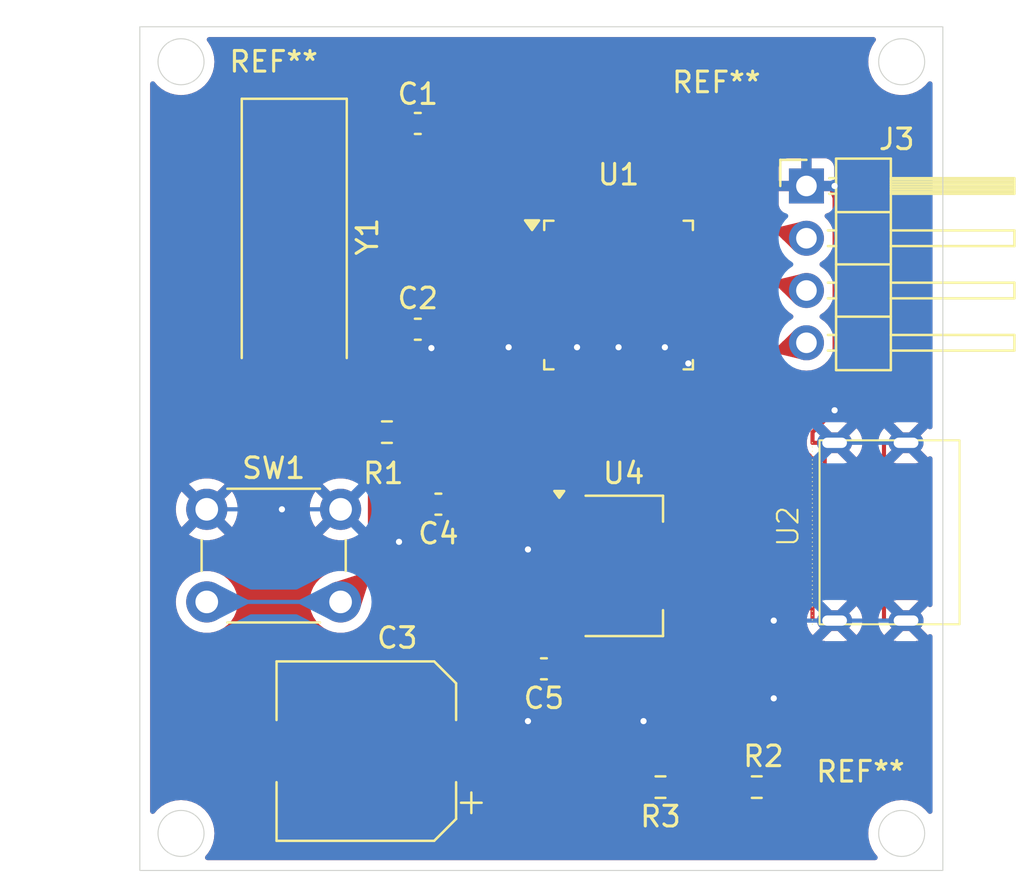
<source format=kicad_pcb>
(kicad_pcb (version 20240108) (generator "pcbnew") (generator_version "8.0")
  (layers (0 "F.Cu" signal) (31 "B.Cu" signal) (34 "B.Paste" user) (35 "F.Paste" user) (36 "B.SilkS" user "B.Silkscreen") (37 "F.SilkS" user "F.Silkscreen") (38 "B.Mask" user) (39 "F.Mask" user) (44 "Edge.Cuts" user))
  (net 0 "")
  (net 1 "GND")
  (net 2 "/osc_in")
  (net 3 "/osc_out")
  (net 4 "/swdio")
  (net 5 "+3.3V")
  (net 41 "/swclk")
  (net 42 "/NRST")
  (net 45 "+5V")
  (footprint "Crystal:Crystal_SMD_HC49-SD" (layer "F.Cu") (at 98 70 -90)
    (property "Reference" "Y1" (at 0 -3.55 90) (layer "F.SilkS"))
    (property "Value" "8Mhz")
    (fp_line (start -6.7 2.55) (end 5.9 2.55) (stroke (width 0.12)) (layer "F.SilkS"))
    (fp_line (start -6.7 -2.55) (end -6.7 2.55) (stroke (width 0.12)) (layer "F.SilkS"))
    (fp_line (start 5.9 -2.55) (end -6.7 -2.55) (stroke (width 0.12)) (layer "F.SilkS"))
    (pad "1" smd rect (at -4.25 0 270) (size 4.5 2) (layers "F.Cu" "F.Paste" "F.Mask") (net 2 "/osc_in"))
    (pad "2" smd rect (at 4.25 0 270) (size 4.5 2) (layers "F.Cu" "F.Paste" "F.Mask") (net 3 "/osc_out"))
  )
  (footprint "Fiducial:Fiducial_1mm_Mask2mm" (layer "F.Cu") (at 93 65)
    (property "Reference" "REF**" (at 4 -3.5 0) (layer "F.SilkS"))
    (property "Value" "Fiducial_1mm_Mask2mm")
    (pad "" smd circle (at 0 0) (size 1 1) (layers "F.Cu" "F.Mask") (clearance 0.5))
  )
  (footprint "Resistor_SMD:R_0603_1608Metric" (layer "F.Cu") (at 120.4625 96.75)
    (property "Reference" "R2" (at 0.325 -1.5 0) (layer "F.SilkS"))
    (property "Value" "10k")
    (fp_line (start -0.237258 -0.5225) (end 0.237258 -0.5225) (stroke (width 0.12)) (layer "F.SilkS"))
    (fp_line (start -0.237258 0.5225) (end 0.237258 0.5225) (stroke (width 0.12)) (layer "F.SilkS"))
    (pad "1" smd roundrect (at -0.825 0) (size 0.8 0.95) (layers "F.Cu" "F.Paste" "F.Mask"))
    (pad "2" smd roundrect (at 0.825 0) (size 0.8 0.95) (layers "F.Cu" "F.Paste" "F.Mask") (net 1 "GND"))
  )
  (footprint "Resistor_SMD:R_0603_1608Metric" (layer "F.Cu") (at 102.5 79.5 180)
    (property "Reference" "R1" (at 0.175 -2 0) (layer "F.SilkS"))
    (property "Value" "40k")
    (fp_line (start -0.237258 0.5225) (end 0.237258 0.5225) (stroke (width 0.12)) (layer "F.SilkS"))
    (fp_line (start -0.237258 -0.5225) (end 0.237258 -0.5225) (stroke (width 0.12)) (layer "F.SilkS"))
    (pad "1" smd roundrect (at -0.825 0 180) (size 0.8 0.95) (layers "F.Cu" "F.Paste" "F.Mask") (net 5 "+3.3V"))
    (pad "2" smd roundrect (at 0.825 0 180) (size 0.8 0.95) (layers "F.Cu" "F.Paste" "F.Mask") (net 42 "/NRST"))
  )
  (footprint "Fiducial:Fiducial_1mm_Mask2mm" (layer "F.Cu") (at 122 62.5)
    (property "Reference" "REF**" (at -3.5 0 0) (layer "F.SilkS"))
    (property "Value" "Fiducial_1mm_Mask2mm")
    (pad "" smd circle (at 0 0) (size 1 1) (layers "F.Cu" "F.Mask") (clearance 0.5))
  )
  (footprint "Connector_PinHeader_2.54mm:PinHeader_1x04_P2.54mm_Horizontal" (layer "F.Cu") (at 122.875 67.5375)
    (property "Reference" "J3" (at 4.385 -2.27 0) (layer "F.SilkS"))
    (property "Value" "Conn_01x04")
    (fp_line (start -1.27 -1.27) (end 0 -1.27) (stroke (width 0.12)) (layer "F.SilkS"))
    (fp_line (start -1.27 0) (end -1.27 -1.27) (stroke (width 0.12)) (layer "F.SilkS"))
    (fp_line (start 1.042929 2.16) (end 1.44 2.16) (stroke (width 0.12)) (layer "F.SilkS"))
    (fp_line (start 1.042929 2.92) (end 1.44 2.92) (stroke (width 0.12)) (layer "F.SilkS"))
    (fp_line (start 1.042929 4.7) (end 1.44 4.7) (stroke (width 0.12)) (layer "F.SilkS"))
    (fp_line (start 1.042929 5.46) (end 1.44 5.46) (stroke (width 0.12)) (layer "F.SilkS"))
    (fp_line (start 1.042929 7.24) (end 1.44 7.24) (stroke (width 0.12)) (layer "F.SilkS"))
    (fp_line (start 1.042929 8) (end 1.44 8) (stroke (width 0.12)) (layer "F.SilkS"))
    (fp_line (start 1.11 -0.38) (end 1.44 -0.38) (stroke (width 0.12)) (layer "F.SilkS"))
    (fp_line (start 1.11 0.38) (end 1.44 0.38) (stroke (width 0.12)) (layer "F.SilkS"))
    (fp_line (start 1.44 -1.33) (end 1.44 8.95) (stroke (width 0.12)) (layer "F.SilkS"))
    (fp_line (start 1.44 1.27) (end 4.1 1.27) (stroke (width 0.12)) (layer "F.SilkS"))
    (fp_line (start 1.44 3.81) (end 4.1 3.81) (stroke (width 0.12)) (layer "F.SilkS"))
    (fp_line (start 1.44 6.35) (end 4.1 6.35) (stroke (width 0.12)) (layer "F.SilkS"))
    (fp_line (start 1.44 8.95) (end 4.1 8.95) (stroke (width 0.12)) (layer "F.SilkS"))
    (fp_line (start 4.1 -1.33) (end 1.44 -1.33) (stroke (width 0.12)) (layer "F.SilkS"))
    (fp_line (start 4.1 -0.38) (end 10.1 -0.38) (stroke (width 0.12)) (layer "F.SilkS"))
    (fp_line (start 4.1 -0.32) (end 10.1 -0.32) (stroke (width 0.12)) (layer "F.SilkS"))
    (fp_line (start 4.1 -0.2) (end 10.1 -0.2) (stroke (width 0.12)) (layer "F.SilkS"))
    (fp_line (start 4.1 -0.08) (end 10.1 -0.08) (stroke (width 0.12)) (layer "F.SilkS"))
    (fp_line (start 4.1 0.04) (end 10.1 0.04) (stroke (width 0.12)) (layer "F.SilkS"))
    (fp_line (start 4.1 0.16) (end 10.1 0.16) (stroke (width 0.12)) (layer "F.SilkS"))
    (fp_line (start 4.1 0.28) (end 10.1 0.28) (stroke (width 0.12)) (layer "F.SilkS"))
    (fp_line (start 4.1 2.16) (end 10.1 2.16) (stroke (width 0.12)) (layer "F.SilkS"))
    (fp_line (start 4.1 4.7) (end 10.1 4.7) (stroke (width 0.12)) (layer "F.SilkS"))
    (fp_line (start 4.1 7.24) (end 10.1 7.24) (stroke (width 0.12)) (layer "F.SilkS"))
    (fp_line (start 4.1 8.95) (end 4.1 -1.33) (stroke (width 0.12)) (layer "F.SilkS"))
    (fp_line (start 10.1 -0.38) (end 10.1 0.38) (stroke (width 0.12)) (layer "F.SilkS"))
    (fp_line (start 10.1 0.38) (end 4.1 0.38) (stroke (width 0.12)) (layer "F.SilkS"))
    (fp_line (start 10.1 2.16) (end 10.1 2.92) (stroke (width 0.12)) (layer "F.SilkS"))
    (fp_line (start 10.1 2.92) (end 4.1 2.92) (stroke (width 0.12)) (layer "F.SilkS"))
    (fp_line (start 10.1 4.7) (end 10.1 5.46) (stroke (width 0.12)) (layer "F.SilkS"))
    (fp_line (start 10.1 5.46) (end 4.1 5.46) (stroke (width 0.12)) (layer "F.SilkS"))
    (fp_line (start 10.1 7.24) (end 10.1 8) (stroke (width 0.12)) (layer "F.SilkS"))
    (fp_line (start 10.1 8) (end 4.1 8) (stroke (width 0.12)) (layer "F.SilkS"))
    (pad "1" thru_hole rect (at 0 0) (size 1.7 1.7) (drill 1) (layers "*.Cu" "*.Mask") (net 1 "GND"))
    (pad "2" thru_hole oval (at 0 2.54) (size 1.7 1.7) (drill 1) (layers "*.Cu" "*.Mask") (net 41 "/swclk"))
    (pad "3" thru_hole oval (at 0 5.08) (size 1.7 1.7) (drill 1) (layers "*.Cu" "*.Mask") (net 4 "/swdio"))
    (pad "4" thru_hole oval (at 0 7.62) (size 1.7 1.7) (drill 1) (layers "*.Cu" "*.Mask") (net 5 "+3.3V"))
  )
  (footprint "Capacitor_SMD:C_0603_1608Metric" (layer "F.Cu") (at 110.125 91 180)
    (property "Reference" "C5" (at 0 -1.43 0) (layer "F.SilkS"))
    (property "Value" "10uf")
    (fp_line (start -0.14058 0.51) (end 0.14058 0.51) (stroke (width 0.12)) (layer "F.SilkS"))
    (fp_line (start -0.14058 -0.51) (end 0.14058 -0.51) (stroke (width 0.12)) (layer "F.SilkS"))
    (pad "1" smd roundrect (at -0.775 0 180) (size 0.9 0.95) (layers "F.Cu" "F.Paste" "F.Mask") (net 45 "+5V"))
    (pad "2" smd roundrect (at 0.775 0 180) (size 0.9 0.95) (layers "F.Cu" "F.Paste" "F.Mask") (net 1 "GND"))
  )
  (footprint "first_test:usb_c_6pin" (layer "F.Cu") (at 124.2125 84.3375 90)
    (property "Reference" "U2" (at 0.255 -2.23 90) (layer "F.SilkS") (effects (font (thickness 0.1))))
    (property "Value" "usb type-c")
    (fp_line (start -4.5 -1.05) (end 4.5 -1.05) (stroke (width 0.05) (type dot)) (layer "F.SilkS"))
    (fp_rect (start -4.5 -0.7) (end 4.44 6.1) (stroke (width 0.1)) (fill none) (layer "F.SilkS"))
    (pad "7" thru_hole oval (at -4.32 0.03 90) (size 1 1.7) (drill oval 0.5 1.2) (layers "*.Cu" "*.Mask") (net 1 "GND"))
    (pad "7" thru_hole oval (at -4.32 3.5 90) (size 1 1.7) (drill oval 0.5 1.2) (layers "*.Cu" "*.Mask") (net 1 "GND"))
    (pad "7" thru_hole oval (at 4.32 0.03 90) (size 1 1.7) (drill oval 0.5 1.2) (layers "*.Cu" "*.Mask") (net 1 "GND"))
    (pad "7" thru_hole oval (at 4.32 3.5 90) (size 1 1.7) (drill oval 0.5 1.2) (layers "*.Cu" "*.Mask") (net 1 "GND"))
    (pad "A5" smd roundrect (at -0.5 -0.45 90) (size 0.52 1.2) (layers "F.Cu" "F.Paste" "F.Mask"))
    (pad "A9" smd roundrect (at 1.52 -0.45 90) (size 0.56 1.2) (layers "F.Cu" "F.Paste" "F.Mask") (net 45 "+5V"))
    (pad "A12" smd roundrect (at 2.75 -0.45 90) (size 0.6 1.2) (layers "F.Cu" "F.Paste" "F.Mask") (net 1 "GND"))
    (pad "B5" smd roundrect (at 0.5 -0.45 90) (size 0.52 1.2) (layers "F.Cu" "F.Paste" "F.Mask"))
    (pad "B9" smd roundrect (at -1.52 -0.45 90) (size 0.56 1.2) (layers "F.Cu" "F.Paste" "F.Mask") (net 45 "+5V"))
    (pad "B12" smd roundrect (at -2.75 -0.45 90) (size 0.6 1.2) (layers "F.Cu" "F.Paste" "F.Mask") (net 1 "GND"))
  )
  (footprint "Fiducial:Fiducial_1mm_Mask2mm" (layer "F.Cu") (at 124 98.5)
    (property "Reference" "REF**" (at 1.5 -2.5 0) (layer "F.SilkS"))
    (property "Value" "Fiducial_1mm_Mask2mm")
    (pad "" smd circle (at 0 0) (size 1 1) (layers "F.Cu" "F.Mask") (clearance 0.5))
  )
  (footprint "Capacitor_SMD:CP_Elec_8x10.5" (layer "F.Cu") (at 101.5 95 180)
    (property "Reference" "C3" (at -1.5 5.5 180) (layer "F.SilkS"))
    (property "Value" "100uf")
    (fp_line (start 4.36 4.36) (end 4.36 1.51) (stroke (width 0.12)) (layer "F.SilkS"))
    (fp_line (start 4.36 -4.36) (end 4.36 -1.51) (stroke (width 0.12)) (layer "F.SilkS"))
    (fp_line (start -3.295563 4.36) (end 4.36 4.36) (stroke (width 0.12)) (layer "F.SilkS"))
    (fp_line (start -3.295563 -4.36) (end 4.36 -4.36) (stroke (width 0.12)) (layer "F.SilkS"))
    (fp_line (start -4.36 3.295563) (end -3.295563 4.36) (stroke (width 0.12)) (layer "F.SilkS"))
    (fp_line (start -4.36 3.295563) (end -4.36 1.51) (stroke (width 0.12)) (layer "F.SilkS"))
    (fp_line (start -4.36 -3.295563) (end -3.295563 -4.36) (stroke (width 0.12)) (layer "F.SilkS"))
    (fp_line (start -4.36 -3.295563) (end -4.36 -1.51) (stroke (width 0.12)) (layer "F.SilkS"))
    (fp_line (start -5.1 -3.01) (end -5.1 -2.01) (stroke (width 0.12)) (layer "F.SilkS"))
    (fp_line (start -5.6 -2.51) (end -4.6 -2.51) (stroke (width 0.12)) (layer "F.SilkS"))
    (pad "1" smd roundrect (at -3.7 0 180) (size 4.4 2.5) (layers "F.Cu" "F.Paste" "F.Mask") (roundrect_rratio 0.1) (net 5 "+3.3V"))
    (pad "2" smd roundrect (at 3.7 0 180) (size 4.4 2.5) (layers "F.Cu" "F.Paste" "F.Mask") (roundrect_rratio 0.1) (net 1 "GND"))
  )
  (footprint "Button_Switch_THT:SW_PUSH_6mm" (layer "F.Cu") (at 93.75 83.25)
    (property "Reference" "SW1" (at 3.25 -2 0) (layer "F.SilkS"))
    (property "Value" "switch")
    (fp_line (start -0.25 1.5) (end -0.25 3) (stroke (width 0.12)) (layer "F.SilkS"))
    (fp_line (start 1 5.5) (end 5.5 5.5) (stroke (width 0.12)) (layer "F.SilkS"))
    (fp_line (start 5.5 -1) (end 1 -1) (stroke (width 0.12)) (layer "F.SilkS"))
    (fp_line (start 6.75 3) (end 6.75 1.5) (stroke (width 0.12)) (layer "F.SilkS"))
    (pad "1" thru_hole circle (at 0 0 90) (size 2 2) (drill 1.1) (layers "*.Cu" "*.Mask") (net 1 "GND"))
    (pad "1" thru_hole circle (at 6.5 0 90) (size 2 2) (drill 1.1) (layers "*.Cu" "*.Mask") (net 1 "GND"))
    (pad "2" thru_hole circle (at 0 4.5 90) (size 2 2) (drill 1.1) (layers "*.Cu" "*.Mask") (net 42 "/NRST"))
    (pad "2" thru_hole circle (at 6.5 4.5 90) (size 2 2) (drill 1.1) (layers "*.Cu" "*.Mask") (net 42 "/NRST"))
  )
  (footprint "Package_QFP:LQFP-48-1EP_7x7mm_P0.5mm_EP3.6x3.6mm" (layer "F.Cu") (at 113.75 72.8375)
    (property "Reference" "U1" (at 0 -5.85 0) (layer "F.SilkS"))
    (property "Value" "STM32F103C6Ux")
    (fp_line (start -3.61 -3.61) (end -3.61 -3.16) (stroke (width 0.12)) (layer "F.SilkS"))
    (fp_line (start -3.61 3.61) (end -3.61 3.16) (stroke (width 0.12)) (layer "F.SilkS"))
    (fp_line (start -3.16 -3.61) (end -3.61 -3.61) (stroke (width 0.12)) (layer "F.SilkS"))
    (fp_line (start -3.16 3.61) (end -3.61 3.61) (stroke (width 0.12)) (layer "F.SilkS"))
    (fp_line (start 3.16 -3.61) (end 3.61 -3.61) (stroke (width 0.12)) (layer "F.SilkS"))
    (fp_line (start 3.16 3.61) (end 3.61 3.61) (stroke (width 0.12)) (layer "F.SilkS"))
    (fp_line (start 3.61 -3.61) (end 3.61 -3.16) (stroke (width 0.12)) (layer "F.SilkS"))
    (fp_line (start 3.61 3.61) (end 3.61 3.16) (stroke (width 0.12)) (layer "F.SilkS"))
    (fp_poly (pts (xy -4.2 -3.16) (xy -4.54 -3.63) (xy -3.86 -3.63) (xy -4.2 -3.16)) (stroke (width 0.12)) (fill solid) (layer "F.SilkS"))
    (pad "1" smd roundrect (at -4.1625 -2.75) (size 1.475 0.3) (layers "F.Cu" "F.Paste" "F.Mask"))
    (pad "2" smd roundrect (at -4.1625 -2.25) (size 1.475 0.3) (layers "F.Cu" "F.Paste" "F.Mask"))
    (pad "3" smd roundrect (at -4.1625 -1.75) (size 1.475 0.3) (layers "F.Cu" "F.Paste" "F.Mask"))
    (pad "4" smd roundrect (at -4.1625 -1.25) (size 1.475 0.3) (layers "F.Cu" "F.Paste" "F.Mask"))
    (pad "5" smd roundrect (at -4.1625 -0.75) (size 1.475 0.3) (layers "F.Cu" "F.Paste" "F.Mask") (net 2 "/osc_in"))
    (pad "6" smd roundrect (at -4.1625 -0.25) (size 1.475 0.3) (layers "F.Cu" "F.Paste" "F.Mask") (net 3 "/osc_out"))
    (pad "7" smd roundrect (at -4.1625 0.25) (size 1.475 0.3) (layers "F.Cu" "F.Paste" "F.Mask") (net 42 "/NRST"))
    (pad "8" smd roundrect (at -4.1625 0.75) (size 1.475 0.3) (layers "F.Cu" "F.Paste" "F.Mask") (net 1 "GND"))
    (pad "9" smd roundrect (at -4.1625 1.25) (size 1.475 0.3) (layers "F.Cu" "F.Paste" "F.Mask") (net 5 "+3.3V"))
    (pad "10" smd roundrect (at -4.1625 1.75) (size 1.475 0.3) (layers "F.Cu" "F.Paste" "F.Mask"))
    (pad "11" smd roundrect (at -4.1625 2.25) (size 1.475 0.3) (layers "F.Cu" "F.Paste" "F.Mask"))
    (pad "12" smd roundrect (at -4.1625 2.75) (size 1.475 0.3) (layers "F.Cu" "F.Paste" "F.Mask"))
    (pad "13" smd roundrect (at -2.75 4.1625) (size 0.3 1.475) (layers "F.Cu" "F.Paste" "F.Mask"))
    (pad "14" smd roundrect (at -2.25 4.1625) (size 0.3 1.475) (layers "F.Cu" "F.Paste" "F.Mask"))
    (pad "15" smd roundrect (at -1.75 4.1625) (size 0.3 1.475) (layers "F.Cu" "F.Paste" "F.Mask"))
    (pad "16" smd roundrect (at -1.25 4.1625) (size 0.3 1.475) (layers "F.Cu" "F.Paste" "F.Mask"))
    (pad "17" smd roundrect (at -0.75 4.1625) (size 0.3 1.475) (layers "F.Cu" "F.Paste" "F.Mask"))
    (pad "18" smd roundrect (at -0.25 4.1625) (size 0.3 1.475) (layers "F.Cu" "F.Paste" "F.Mask"))
    (pad "19" smd roundrect (at 0.25 4.1625) (size 0.3 1.475) (layers "F.Cu" "F.Paste" "F.Mask"))
    (pad "20" smd roundrect (at 0.75 4.1625) (size 0.3 1.475) (layers "F.Cu" "F.Paste" "F.Mask"))
    (pad "21" smd roundrect (at 1.25 4.1625) (size 0.3 1.475) (layers "F.Cu" "F.Paste" "F.Mask"))
    (pad "22" smd roundrect (at 1.75 4.1625) (size 0.3 1.475) (layers "F.Cu" "F.Paste" "F.Mask"))
    (pad "23" smd roundrect (at 2.25 4.1625) (size 0.3 1.475) (layers "F.Cu" "F.Paste" "F.Mask") (net 1 "GND"))
    (pad "24" smd roundrect (at 2.75 4.1625) (size 0.3 1.475) (layers "F.Cu" "F.Paste" "F.Mask") (net 5 "+3.3V"))
    (pad "25" smd roundrect (at 4.1625 2.75) (size 1.475 0.3) (layers "F.Cu" "F.Paste" "F.Mask"))
    (pad "26" smd roundrect (at 4.1625 2.25) (size 1.475 0.3) (layers "F.Cu" "F.Paste" "F.Mask"))
    (pad "27" smd roundrect (at 4.1625 1.75) (size 1.475 0.3) (layers "F.Cu" "F.Paste" "F.Mask"))
    (pad "28" smd roundrect (at 4.1625 1.25) (size 1.475 0.3) (layers "F.Cu" "F.Paste" "F.Mask"))
    (pad "29" smd roundrect (at 4.1625 0.75) (size 1.475 0.3) (layers "F.Cu" "F.Paste" "F.Mask"))
    (pad "30" smd roundrect (at 4.1625 0.25) (size 1.475 0.3) (layers "F.Cu" "F.Paste" "F.Mask"))
    (pad "31" smd roundrect (at 4.1625 -0.25) (size 1.475 0.3) (layers "F.Cu" "F.Paste" "F.Mask"))
    (pad "32" smd roundrect (at 4.1625 -0.75) (size 1.475 0.3) (layers "F.Cu" "F.Paste" "F.Mask"))
    (pad "33" smd roundrect (at 4.1625 -1.25) (size 1.475 0.3) (layers "F.Cu" "F.Paste" "F.Mask"))
    (pad "34" smd roundrect (at 4.1625 -1.75) (size 1.475 0.3) (layers "F.Cu" "F.Paste" "F.Mask") (net 4 "/swdio"))
    (pad "35" smd roundrect (at 4.1625 -2.25) (size 1.475 0.3) (layers "F.Cu" "F.Paste" "F.Mask") (net 1 "GND"))
    (pad "36" smd roundrect (at 4.1625 -2.75) (size 1.475 0.3) (layers "F.Cu" "F.Paste" "F.Mask") (net 5 "+3.3V"))
    (pad "37" smd roundrect (at 2.75 -4.1625) (size 0.3 1.475) (layers "F.Cu" "F.Paste" "F.Mask") (net 41 "/swclk"))
    (pad "38" smd roundrect (at 2.25 -4.1625) (size 0.3 1.475) (layers "F.Cu" "F.Paste" "F.Mask"))
    (pad "39" smd roundrect (at 1.75 -4.1625) (size 0.3 1.475) (layers "F.Cu" "F.Paste" "F.Mask"))
    (pad "40" smd roundrect (at 1.25 -4.1625) (size 0.3 1.475) (layers "F.Cu" "F.Paste" "F.Mask"))
    (pad "41" smd roundrect (at 0.75 -4.1625) (size 0.3 1.475) (layers "F.Cu" "F.Paste" "F.Mask"))
    (pad "42" smd roundrect (at 0.25 -4.1625) (size 0.3 1.475) (layers "F.Cu" "F.Paste" "F.Mask"))
    (pad "43" smd roundrect (at -0.25 -4.1625) (size 0.3 1.475) (layers "F.Cu" "F.Paste" "F.Mask"))
    (pad "44" smd roundrect (at -0.75 -4.1625) (size 0.3 1.475) (layers "F.Cu" "F.Paste" "F.Mask"))
    (pad "45" smd roundrect (at -1.25 -4.1625) (size 0.3 1.475) (layers "F.Cu" "F.Paste" "F.Mask"))
    (pad "46" smd roundrect (at -1.75 -4.1625) (size 0.3 1.475) (layers "F.Cu" "F.Paste" "F.Mask"))
    (pad "47" smd roundrect (at -2.25 -4.1625) (size 0.3 1.475) (layers "F.Cu" "F.Paste" "F.Mask") (net 1 "GND"))
    (pad "48" smd roundrect (at -2.75 -4.1625) (size 0.3 1.475) (layers "F.Cu" "F.Paste" "F.Mask") (net 5 "+3.3V"))
    (pad "49" smd rect (at 0 0) (size 3.6 3.6) (property pad_prop_heatsink) (layers "F.Cu" "F.Mask") (net 1 "GND"))
  )
  (footprint "Capacitor_SMD:C_0603_1608Metric" (layer "F.Cu") (at 105 83 180)
    (property "Reference" "C4" (at 0 -1.43 0) (layer "F.SilkS"))
    (property "Value" "10uf")
    (fp_line (start -0.14058 0.51) (end 0.14058 0.51) (stroke (width 0.12)) (layer "F.SilkS"))
    (fp_line (start -0.14058 -0.51) (end 0.14058 -0.51) (stroke (width 0.12)) (layer "F.SilkS"))
    (pad "1" smd roundrect (at -0.775 0 180) (size 0.9 0.95) (layers "F.Cu" "F.Paste" "F.Mask") (net 5 "+3.3V"))
    (pad "2" smd roundrect (at 0.775 0 180) (size 0.9 0.95) (layers "F.Cu" "F.Paste" "F.Mask") (net 1 "GND"))
  )
  (footprint "Resistor_SMD:R_0603_1608Metric" (layer "F.Cu") (at 115.7875 96.75 180)
    (property "Reference" "R3" (at 0 -1.43 0) (layer "F.SilkS"))
    (property "Value" "10k")
    (fp_line (start -0.237258 0.5225) (end 0.237258 0.5225) (stroke (width 0.12)) (layer "F.SilkS"))
    (fp_line (start -0.237258 -0.5225) (end 0.237258 -0.5225) (stroke (width 0.12)) (layer "F.SilkS"))
    (pad "1" smd roundrect (at -0.825 0 180) (size 0.8 0.95) (layers "F.Cu" "F.Paste" "F.Mask"))
    (pad "2" smd roundrect (at 0.825 0 180) (size 0.8 0.95) (layers "F.Cu" "F.Paste" "F.Mask") (net 1 "GND"))
  )
  (footprint "Capacitor_SMD:C_0603_1608Metric" (layer "F.Cu") (at 104 64.5)
    (property "Reference" "C1" (at 0 -1.43 0) (layer "F.SilkS"))
    (property "Value" "18pf")
    (fp_line (start -0.14058 -0.51) (end 0.14058 -0.51) (stroke (width 0.12)) (layer "F.SilkS"))
    (fp_line (start -0.14058 0.51) (end 0.14058 0.51) (stroke (width 0.12)) (layer "F.SilkS"))
    (pad "1" smd roundrect (at -0.775 0) (size 0.9 0.95) (layers "F.Cu" "F.Paste" "F.Mask") (net 2 "/osc_in"))
    (pad "2" smd roundrect (at 0.775 0) (size 0.9 0.95) (layers "F.Cu" "F.Paste" "F.Mask") (net 1 "GND"))
  )
  (footprint "Capacitor_SMD:C_0603_1608Metric" (layer "F.Cu") (at 104 74.5)
    (property "Reference" "C2" (at 0 -1.5 0) (layer "F.SilkS"))
    (property "Value" "18pf")
    (fp_line (start -0.14058 -0.51) (end 0.14058 -0.51) (stroke (width 0.12)) (layer "F.SilkS"))
    (fp_line (start -0.14058 0.51) (end 0.14058 0.51) (stroke (width 0.12)) (layer "F.SilkS"))
    (pad "1" smd roundrect (at -0.775 0) (size 0.9 0.95) (layers "F.Cu" "F.Paste" "F.Mask") (net 3 "/osc_out"))
    (pad "2" smd roundrect (at 0.775 0) (size 0.9 0.95) (layers "F.Cu" "F.Paste" "F.Mask") (net 1 "GND"))
  )
  (footprint "Package_TO_SOT_SMD:SOT-223-3_TabPin2" (layer "F.Cu") (at 114 86)
    (property "Reference" "U4" (at 0 -4.5 0) (layer "F.SilkS"))
    (property "Value" "AMS1117-3.3")
    (fp_line (start -1.85 -3.41) (end 1.91 -3.41) (stroke (width 0.12)) (layer "F.SilkS"))
    (fp_line (start -1.85 3.41) (end 1.91 3.41) (stroke (width 0.12)) (layer "F.SilkS"))
    (fp_line (start 1.91 -3.41) (end 1.91 -2.15) (stroke (width 0.12)) (layer "F.SilkS"))
    (fp_line (start 1.91 3.41) (end 1.91 2.15) (stroke (width 0.12)) (layer "F.SilkS"))
    (fp_poly (pts (xy -3.13 -3.31) (xy -3.37 -3.64) (xy -2.89 -3.64) (xy -3.13 -3.31)) (stroke (width 0.12)) (fill solid) (layer "F.SilkS"))
    (pad "1" smd roundrect (at -3.15 -2.3) (size 2 1.5) (layers "F.Cu" "F.Paste" "F.Mask") (net 1 "GND"))
    (pad "2" smd roundrect (at -3.15 0) (size 2 1.5) (layers "F.Cu" "F.Paste" "F.Mask") (net 5 "+3.3V"))
    (pad "2" smd roundrect (at 3.15 0) (size 2 3.8) (layers "F.Cu" "F.Paste" "F.Mask") (net 5 "+3.3V"))
    (pad "3" smd roundrect (at -3.15 2.3) (size 2 1.5) (layers "F.Cu" "F.Paste" "F.Mask") (net 45 "+5V"))
  )
  (gr_circle (center 127.5 99) (end 128.618034 99) (stroke (width 0.05)) (fill none) (layer "Edge.Cuts"))
  (gr_circle (center 127.5 61.5) (end 128.618034 61.5) (stroke (width 0.05)) (fill none) (layer "Edge.Cuts"))
  (gr_rect (start 90.5 59.8) (end 129.5 100.8) (stroke (width 0.05)) (fill none) (layer "Edge.Cuts"))
  (gr_circle (center 92.5 99) (end 93.5 99.5) (stroke (width 0.05)) (fill none) (layer "Edge.Cuts"))
  (gr_circle (center 92.5 61.5) (end 93.618034 61.5) (stroke (width 0.05)) (fill none) (layer "Edge.Cuts"))
  (segment (start 126.6408 88.6575) (end 126.6408 80.0175) (width 0.2) (layer "F.Cu") (net 1))
  (segment (start 122.5 79) (end 123.6796 79) (width 0.2) (layer "F.Cu") (net 1))
  (segment (start 111.6295 72.8177) (end 111.7302 72.8177) (width 0.2) (layer "F.Cu") (net 1))
  (segment (start 111.7334 72.8209) (end 111.7334 75.375) (width 0.2) (layer "F.Cu") (net 1))
  (segment (start 122.5 88) (end 122 88) (width 0.2) (layer "F.Cu") (net 1))
  (segment (start 123.325 87.175) (end 122.5 88) (width 0.2) (layer "F.Cu") (net 1))
  (segment (start 127.7125 80.0175) (end 126.6408 80.0175) (width 0.2) (layer "F.Cu") (net 1))
  (segment (start 104.6601 74.6149) (end 104.6601 75.4148) (width 0.2) (layer "F.Cu") (net 1))
  (segment (start 123.1708 88.6575) (end 123.1708 87.6792) (width 0.2) (layer "F.Cu") (net 1))
  (segment (start 110.85 83.7) (end 109.35 85.2) (width 0.2) (layer "F.Cu") (net 1))
  (segment (start 123.7067 80.0175) (end 123.1708 80.0175) (width 0.2) (layer "F.Cu") (net 1))
  (segment (start 121.3425 88.6575) (end 121.2875 88.6575) (width 0.2) (layer "F.Cu") (net 1))
  (segment (start 123.1708 80.0175) (end 123.1708 79.5088) (width 0.2) (layer "F.Cu") (net 1))
  (segment (start 127.7125 88.6575) (end 126.6408 88.6575) (width 0.2) (layer "F.Cu") (net 1))
  (segment (start 108.4113 74.0973) (end 108.4113 75.3751) (width 0.2) (layer "F.Cu") (net 1))
  (segment (start 122 88) (end 121.3425 88.6575) (width 0.2) (layer "F.Cu") (net 1))
  (segment (start 124.2425 88.6575) (end 123.1708 88.6575) (width 0.2) (layer "F.Cu") (net 1))
  (segment (start 123.6796 79) (end 124.2425 78.4371) (width 0.2) (layer "F.Cu") (net 1))
  (segment (start 121.2875 92.4358) (end 121.2875 88.6575) (width 0.2) (layer "F.Cu") (net 1))
  (segment (start 123.7625 87.0875) (end 123.675 87.175) (width 0.2) (layer "F.Cu") (net 1))
  (segment (start 114.9625 96.75) (end 114.9625 93.5427) (width 0.2) (layer "F.Cu") (net 1))
  (segment (start 123.7625 81.5875) (end 122 79.825) (width 0.2) (layer "F.Cu") (net 1))
  (segment (start 117.1385 76.1606) (end 116.9497 75.9718) (width 0.2) (layer "F.Cu") (net 1))
  (segment (start 109.35 85.2) (end 109.35 91) (width 0.2) (layer "F.Cu") (net 1))
  (segment (start 111.5 68.675) (end 111.5 72.6882) (width 0.2) (layer "F.Cu") (net 1))
  (segment (start 116 75.375) (end 116 77) (width 0.2) (layer "F.Cu") (net 1))
  (segment (start 109.5875 73.5875) (end 108.9211 73.5875) (width 0.2) (layer "F.Cu") (net 1))
  (segment (start 113.75 72.8375) (end 113.75 75.375) (width 0.2) (layer "F.Cu") (net 1))
  (segment (start 122 79.825) (end 122 79.5) (width 0.2) (layer "F.Cu") (net 1))
  (segment (start 124.2425 78.4371) (end 124.2425 67.5375) (width 0.2) (layer "F.Cu") (net 1))
  (segment (start 108.9211 73.5875) (end 108.4113 74.0973) (width 0.2) (layer "F.Cu") (net 1))
  (segment (start 123.1708 87.6792) (end 123.7625 87.0875) (width 0.2) (layer "F.Cu") (net 1))
  (segment (start 104.775 74.5) (end 104.775 64.5) (width 0.2) (layer "F.Cu") (net 1))
  (segment (start 121.2875 96.75) (end 121.2875 92.4358) (width 0.2) (layer "F.Cu") (net 1))
  (segment (start 123.675 87.175) (end 123.325 87.175) (width 0.2) (layer "F.Cu") (net 1))
  (segment (start 104.225 83) (end 103.0875 84.1375) (width 0.2) (layer "F.Cu") (net 1))
  (segment (start 117.2551 70.5875) (end 117.9125 70.5875) (width 0.2) (layer "F.Cu") (net 1))
  (segment (start 97.8 95) (end 97.4 94.6) (width 0.2) (layer "F.Cu") (net 1))
  (segment (start 123.7067 80.0175) (end 123.7625 80.0733) (width 0.2) (layer "F.Cu") (net 1))
  (segment (start 111.5 72.6882) (end 111.6295 72.8177) (width 0.2) (layer "F.Cu") (net 1))
  (segment (start 124.2425 80.0175) (end 123.7067 80.0175) (width 0.2) (layer "F.Cu") (net 1))
  (segment (start 109.35 91) (end 109.35 93.5427) (width 0.2) (layer "F.Cu") (net 1))
  (segment (start 116.9497 75.9718) (end 116.9497 70.8929) (width 0.2) (layer "F.Cu") (net 1))
  (segment (start 111.7302 72.8177) (end 111.7334 72.8209) (width 0.2) (layer "F.Cu") (net 1))
  (segment (start 103.0875 84.1375) (end 103.0875 84.8307) (width 0.2) (layer "F.Cu") (net 1))
  (segment (start 116.9497 70.8929) (end 117.2551 70.5875) (width 0.2) (layer "F.Cu") (net 1))
  (segment (start 104.775 74.5) (end 104.6601 74.6149) (width 0.2) (layer "F.Cu") (net 1))
  (segment (start 123.7625 80.0733) (end 123.7625 81.5875) (width 0.2) (layer "F.Cu") (net 1))
  (segment (start 123.1708 79.5088) (end 124.2425 78.4371) (width 0.2) (layer "F.Cu") (net 1))
  (segment (start 122 79.5) (end 122.5 79) (width 0.2) (layer "F.Cu") (net 1))
  (segment (start 97.4 94.6) (end 97.4 83.25) (width 0.2) (layer "F.Cu") (net 1))
  (via (at 103.0875 84.8307) (size 0.6) (drill 0.3) (layers "F.Cu" "B.Cu") (net 1))
  (via (at 124.2425 78.4371) (size 0.6) (drill 0.3) (layers "F.Cu" "B.Cu") (net 1))
  (via (at 116 75.375) (size 0.6) (drill 0.3) (layers "F.Cu" "B.Cu") (net 1))
  (via (at 104.6601 75.4148) (size 0.6) (drill 0.3) (layers "F.Cu" "B.Cu") (net 1))
  (via (at 121.2875 88.6575) (size 0.6) (drill 0.3) (layers "F.Cu" "B.Cu") (net 1))
  (via (at 97.4 83.25) (size 0.6) (drill 0.3) (layers "F.Cu" "B.Cu") (net 1))
  (via (at 109.35 93.5427) (size 0.6) (drill 0.3) (layers "F.Cu" "B.Cu") (net 1))
  (via (at 121.2875 92.4358) (size 0.6) (drill 0.3) (layers "F.Cu" "B.Cu") (net 1))
  (via (at 109.35 85.2) (size 0.6) (drill 0.3) (layers "F.Cu" "B.Cu") (net 1))
  (via (at 108.4113 75.3751) (size 0.6) (drill 0.3) (layers "F.Cu" "B.Cu") (net 1))
  (via (at 124.2425 67.5375) (size 0.6) (drill 0.3) (layers "F.Cu" "B.Cu") (net 1))
  (via (at 114.9625 93.5427) (size 0.6) (drill 0.3) (layers "F.Cu" "B.Cu") (net 1))
  (via (at 117.1385 76.1606) (size 0.6) (drill 0.3) (layers "F.Cu" "B.Cu") (net 1))
  (via (at 111.7334 75.375) (size 0.6) (drill 0.3) (layers "F.Cu" "B.Cu") (net 1))
  (via (at 113.75 75.375) (size 0.6) (drill 0.3) (layers "F.Cu" "B.Cu") (net 1))
  (segment (start 104.6998 75.3751) (end 104.6601 75.4148) (width 0.2) (layer "B.Cu") (net 1))
  (segment (start 100.25 83.25) (end 101.8307 84.8307) (width 0.2) (layer "B.Cu") (net 1))
  (segment (start 124.2425 80.0175) (end 127.7125 80.0175) (width 0.2) (layer "B.Cu") (net 1))
  (segment (start 113.75 75.375) (end 116 75.375) (width 0.2) (layer "B.Cu") (net 1))
  (segment (start 103.0875 84.8307) (end 108.9807 84.8307) (width 0.2) (layer "B.Cu") (net 1))
  (segment (start 123.9467 67.5375) (end 124.2425 67.5375) (width 0.2) (layer "B.Cu") (net 1))
  (segment (start 114.9625 93.5427) (end 120.1806 93.5427) (width 0.2) (layer "B.Cu") (net 1))
  (segment (start 97.4 83.25) (end 100.25 83.25) (width 0.2) (layer "B.Cu") (net 1))
  (segment (start 108.4113 75.3751) (end 104.6998 75.3751) (width 0.2) (layer "B.Cu") (net 1))
  (segment (start 116 75.375) (end 116.3529 75.375) (width 0.2) (layer "B.Cu") (net 1))
  (segment (start 121.2875 88.6575) (end 124.2425 88.6575) (width 0.2) (layer "B.Cu") (net 1))
  (segment (start 116.3529 75.375) (end 117.1385 76.1606) (width 0.2) (layer "B.Cu") (net 1))
  (segment (start 120.1806 93.5427) (end 121.2875 92.4358) (width 0.2) (layer "B.Cu") (net 1))
  (segment (start 101.8307 84.8307) (end 103.0875 84.8307) (width 0.2) (layer "B.Cu") (net 1))
  (segment (start 108.9807 84.8307) (end 109.35 85.2) (width 0.2) (layer "B.Cu") (net 1))
  (segment (start 124.2425 88.6575) (end 127.7125 88.6575) (width 0.2) (layer "B.Cu") (net 1))
  (segment (start 93.75 83.25) (end 97.4 83.25) (width 0.2) (layer "B.Cu") (net 1))
  (segment (start 122.875 67.5375) (end 123.9467 67.5375) (width 0.2) (layer "B.Cu") (net 1))
  (segment (start 114.9625 93.5427) (end 109.35 93.5427) (width 0.2) (layer "B.Cu") (net 1))
  (segment (start 119.415 78.4371) (end 124.2425 78.4371) (width 0.2) (layer "B.Cu") (net 1))
  (segment (start 111.7334 75.375) (end 113.75 75.375) (width 0.2) (layer "B.Cu") (net 1))
  (segment (start 111.7334 75.375) (end 108.4113 75.375) (width 0.2) (layer "B.Cu") (net 1))
  (segment (start 108.4113 75.375) (end 108.4113 75.3751) (width 0.2) (layer "B.Cu") (net 1))
  (segment (start 117.1385 76.1606) (end 119.415 78.4371) (width 0.2) (layer "B.Cu") (net 1))
  (segment (start 103.225 64.5) (end 100.4717 64.5) (width 0.2) (layer "F.Cu") (net 2))
  (segment (start 105.5118 64.0984) (end 105.1751 63.7617) (width 0.2) (layer "F.Cu") (net 2))
  (segment (start 105.5118 68.6914) (end 105.5118 64.0984) (width 0.2) (layer "F.Cu") (net 2))
  (segment (start 98 65.75) (end 99.2217 65.75) (width 0.2) (layer "F.Cu") (net 2))
  (segment (start 109.5875 72.0875) (end 108.9079 72.0875) (width 0.2) (layer "F.Cu") (net 2))
  (segment (start 108.9079 72.0875) (end 105.5118 68.6914) (width 0.2) (layer "F.Cu") (net 2))
  (segment (start 105.1751 63.7617) (end 103.9633 63.7617) (width 0.2) (layer "F.Cu") (net 2))
  (segment (start 103.9633 63.7617) (end 103.225 64.5) (width 0.2) (layer "F.Cu") (net 2))
  (segment (start 100.4717 64.5) (end 99.2217 65.75) (width 0.2) (layer "F.Cu") (net 2))
  (segment (start 103.225 74.7727) (end 103.225 74.5) (width 0.2) (layer "F.Cu") (net 3))
  (segment (start 103.225 74.5) (end 99.4717 74.5) (width 0.2) (layer "F.Cu") (net 3))
  (segment (start 104.8949 75.9405) (end 104.3928 75.9405) (width 0.2) (layer "F.Cu") (net 3))
  (segment (start 98 74.25) (end 99.2217 74.25) (width 0.2) (layer "F.Cu") (net 3))
  (segment (start 109.5875 72.5875) (end 108.2479 72.5875) (width 0.2) (layer "F.Cu") (net 3))
  (segment (start 99.4717 74.5) (end 99.2217 74.25) (width 0.2) (layer "F.Cu") (net 3))
  (segment (start 108.2479 72.5875) (end 104.8949 75.9405) (width 0.2) (layer "F.Cu") (net 3))
  (segment (start 104.3928 75.9405) (end 103.225 74.7727) (width 0.2) (layer "F.Cu") (net 3))
  (segment (start 121.8033 72.6175) (end 120.2733 71.0875) (width 0.2) (layer "F.Cu") (net 4))
  (segment (start 122.875 72.6175) (end 121.8033 72.6175) (width 0.2) (layer "F.Cu") (net 4))
  (segment (start 120.2733 71.0875) (end 117.9125 71.0875) (width 0.2) (layer "F.Cu") (net 4))
  (segment (start 109.5875 74.0875) (end 110.6208 74.0875) (width 0.2) (layer "F.Cu") (net 5))
  (segment (start 111.9926 84.8574) (end 117.15 84.8574) (width 0.2) (layer "F.Cu") (net 5))
  (segment (start 110.6208 80.2367) (end 110.6208 74.0875) (width 0.2) (layer "F.Cu") (net 5))
  (segment (start 117.1873 70.0875) (end 117.9125 70.0875) (width 0.2) (layer "F.Cu") (net 5))
  (segment (start 116.5217 70.7531) (end 117.1873 70.0875) (width 0.2) (layer "F.Cu") (net 5))
  (segment (start 116.5 77) (end 117.0572 77.5572) (width 0.2) (layer "F.Cu") (net 5))
  (segment (start 117.15 84.8574) (end 117.15 86) (width 0.2) (layer "F.Cu") (net 5))
  (segment (start 116.5217 76.9783) (end 116.5217 70.7531) (width 0.2) (layer "F.Cu") (net 5))
  (segment (start 117.15 77.5572) (end 119.4036 77.5572) (width 0.2) (layer "F.Cu") (net 5))
  (segment (start 112.0738 84.7762) (end 112.0738 80.2367) (width 0.2) (layer "F.Cu") (net 5))
  (segment (start 116.5 77) (end 116.5217 76.9783) (width 0.2) (layer "F.Cu") (net 5))
  (segment (start 119.4036 77.5572) (end 121.8033 75.1575) (width 0.2) (layer "F.Cu") (net 5))
  (segment (start 103.325 80.55) (end 105.775 83) (width 0.2) (layer "F.Cu") (net 5))
  (segment (start 110.6208 74.0875) (end 110.6208 69.0542) (width 0.2) (layer "F.Cu") (net 5))
  (segment (start 117.0572 77.5572) (end 117.15 77.5572) (width 0.2) (layer "F.Cu") (net 5))
  (segment (start 105.775 83) (end 105.775 94.425) (width 0.2) (layer "F.Cu") (net 5))
  (segment (start 110.85 86) (end 111.9926 84.8574) (width 0.2) (layer "F.Cu") (net 5))
  (segment (start 110.6208 69.0542) (end 111 68.675) (width 0.2) (layer "F.Cu") (net 5))
  (segment (start 112.0738 80.2367) (end 110.6208 80.2367) (width 0.2) (layer "F.Cu") (net 5))
  (segment (start 122.875 75.1575) (end 121.8033 75.1575) (width 0.2) (layer "F.Cu") (net 5))
  (segment (start 117.15 77.5572) (end 117.15 84.8574) (width 0.2) (layer "F.Cu") (net 5))
  (segment (start 107.8575 83) (end 110.6208 80.2367) (width 0.2) (layer "F.Cu") (net 5))
  (segment (start 111.9926 84.8574) (end 112.0738 84.7762) (width 0.2) (layer "F.Cu") (net 5))
  (segment (start 105.775 94.425) (end 105.2 95) (width 0.2) (layer "F.Cu") (net 5))
  (segment (start 103.325 79.5) (end 103.325 80.55) (width 0.2) (layer "F.Cu") (net 5))
  (segment (start 105.775 83) (end 107.8575 83) (width 0.2) (layer "F.Cu") (net 5))
  (segment (start 120.4008 68.675) (end 121.8033 70.0775) (width 0.2) (layer "F.Cu") (net 41))
  (segment (start 116.5 68.675) (end 120.4008 68.675) (width 0.2) (layer "F.Cu") (net 41))
  (segment (start 122.875 70.0775) (end 121.8033 70.0775) (width 0.2) (layer "F.Cu") (net 41))
  (segment (start 101.8635 79.5) (end 108.276 73.0875) (width 0.2) (layer "F.Cu") (net 42))
  (segment (start 101.675 86.325) (end 101.675 79.5) (width 0.2) (layer "F.Cu") (net 42))
  (segment (start 101.675 79.5) (end 101.8635 79.5) (width 0.2) (layer "F.Cu") (net 42))
  (segment (start 108.276 73.0875) (end 109.5875 73.0875) (width 0.2) (layer "F.Cu") (net 42))
  (segment (start 100.25 87.75) (end 101.675 86.325) (width 0.2) (layer "F.Cu") (net 42))
  (segment (start 100.25 87.75) (end 93.75 87.75) (width 0.2) (layer "B.Cu") (net 42))
  (segment (start 123.8441 82.8175) (end 124.6309 83.6043) (width 0.2) (layer "F.Cu") (net 45))
  (segment (start 123.9051 85.8575) (end 123.7625 85.8575) (width 0.2) (layer "F.Cu") (net 45))
  (segment (start 110.9 88.35) (end 110.85 88.3) (width 0.2) (layer "F.Cu") (net 45))
  (segment (start 123.7625 85.8575) (end 120.89 85.8575) (width 0.2) (layer "F.Cu") (net 45))
  (segment (start 118.3975 88.35) (end 110.9 88.35) (width 0.2) (layer "F.Cu") (net 45))
  (segment (start 120.89 85.8575) (end 118.3975 88.35) (width 0.2) (layer "F.Cu") (net 45))
  (segment (start 110.9 91) (end 110.9 88.35) (width 0.2) (layer "F.Cu") (net 45))
  (segment (start 123.7625 82.8175) (end 123.8441 82.8175) (width 0.2) (layer "F.Cu") (net 45))
  (segment (start 124.6309 83.6043) (end 124.6309 85.1317) (width 0.2) (layer "F.Cu") (net 45))
  (segment (start 124.6309 85.1317) (end 123.9051 85.8575) (width 0.2) (layer "F.Cu") (net 45))
  (zone (net 1) (net_name "GND") (layers "F&B.Cu") (connect_pads (clearance 0.5)) (min_thickness 0.25) (fill yes (thermal_gap 0.5) (thermal_bridge_width 0.5))
    (polygon (pts (xy 131 59) (xy 131 101.5) (xy 89 102) (xy 89 58.5) (xy 88.5 59)))
  )
)
</source>
